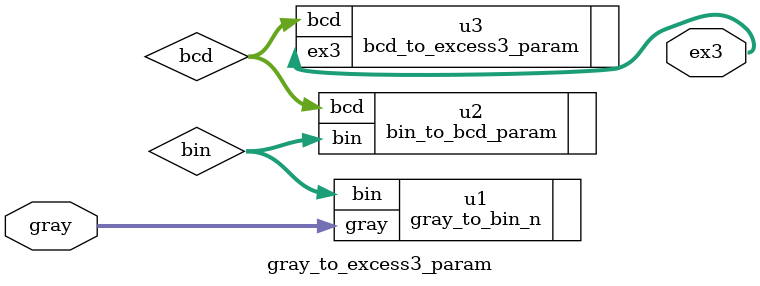
<source format=v>
module gray_to_excess3_param #(
    parameter integer BIN_W  = 16,
    parameter integer DIGITS = 5
)(
    input  wire [BIN_W-1:0]    gray,
    output wire [DIGITS*4-1:0] ex3
);
    wire [BIN_W-1:0]    bin;
    wire [DIGITS*4-1:0] bcd;

    gray_to_bin_n         #(.N(BIN_W))        u1 (.gray(gray), .bin(bin));
    bin_to_bcd_param     #(.BIN_W(BIN_W), .DIGITS(DIGITS)) u2 (.bin(bin), .bcd(bcd));
    bcd_to_excess3_param #(.DIGITS(DIGITS))  u3 (.bcd(bcd), .ex3(ex3));
endmodule

</source>
